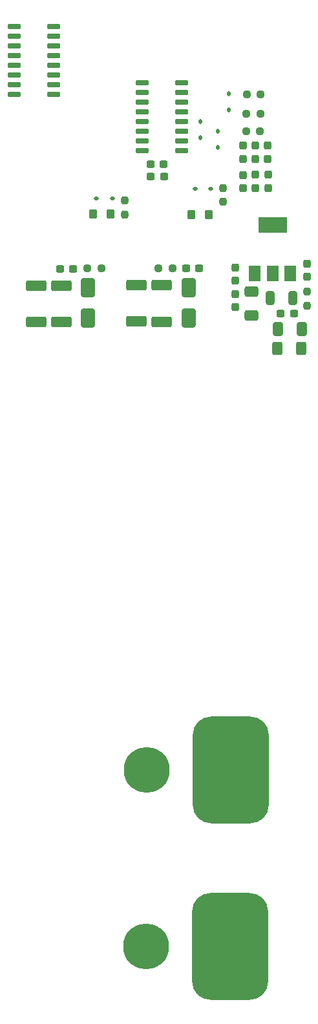
<source format=gbr>
%TF.GenerationSoftware,KiCad,Pcbnew,7.0.10*%
%TF.CreationDate,2024-05-11T12:56:43+02:00*%
%TF.ProjectId,LPF_HF+6,4c50465f-4846-42b3-962e-6b696361645f,rev?*%
%TF.SameCoordinates,Original*%
%TF.FileFunction,Paste,Top*%
%TF.FilePolarity,Positive*%
%FSLAX46Y46*%
G04 Gerber Fmt 4.6, Leading zero omitted, Abs format (unit mm)*
G04 Created by KiCad (PCBNEW 7.0.10) date 2024-05-11 12:56:43*
%MOMM*%
%LPD*%
G01*
G04 APERTURE LIST*
G04 Aperture macros list*
%AMRoundRect*
0 Rectangle with rounded corners*
0 $1 Rounding radius*
0 $2 $3 $4 $5 $6 $7 $8 $9 X,Y pos of 4 corners*
0 Add a 4 corners polygon primitive as box body*
4,1,4,$2,$3,$4,$5,$6,$7,$8,$9,$2,$3,0*
0 Add four circle primitives for the rounded corners*
1,1,$1+$1,$2,$3*
1,1,$1+$1,$4,$5*
1,1,$1+$1,$6,$7*
1,1,$1+$1,$8,$9*
0 Add four rect primitives between the rounded corners*
20,1,$1+$1,$2,$3,$4,$5,0*
20,1,$1+$1,$4,$5,$6,$7,0*
20,1,$1+$1,$6,$7,$8,$9,0*
20,1,$1+$1,$8,$9,$2,$3,0*%
G04 Aperture macros list end*
%ADD10RoundRect,0.150000X-0.725000X-0.150000X0.725000X-0.150000X0.725000X0.150000X-0.725000X0.150000X0*%
%ADD11RoundRect,2.500000X2.500000X4.500000X-2.500000X4.500000X-2.500000X-4.500000X2.500000X-4.500000X0*%
%ADD12C,6.000000*%
%ADD13RoundRect,0.237500X-0.237500X0.300000X-0.237500X-0.300000X0.237500X-0.300000X0.237500X0.300000X0*%
%ADD14RoundRect,0.237500X0.250000X0.237500X-0.250000X0.237500X-0.250000X-0.237500X0.250000X-0.237500X0*%
%ADD15RoundRect,0.237500X0.300000X0.237500X-0.300000X0.237500X-0.300000X-0.237500X0.300000X-0.237500X0*%
%ADD16RoundRect,0.112500X-0.112500X0.187500X-0.112500X-0.187500X0.112500X-0.187500X0.112500X0.187500X0*%
%ADD17RoundRect,0.237500X0.237500X-0.300000X0.237500X0.300000X-0.237500X0.300000X-0.237500X-0.300000X0*%
%ADD18RoundRect,0.250000X-0.650000X1.000000X-0.650000X-1.000000X0.650000X-1.000000X0.650000X1.000000X0*%
%ADD19RoundRect,0.112500X0.187500X0.112500X-0.187500X0.112500X-0.187500X-0.112500X0.187500X-0.112500X0*%
%ADD20RoundRect,0.237500X-0.237500X0.250000X-0.237500X-0.250000X0.237500X-0.250000X0.237500X0.250000X0*%
%ADD21RoundRect,0.250000X-0.400000X-0.625000X0.400000X-0.625000X0.400000X0.625000X-0.400000X0.625000X0*%
%ADD22RoundRect,0.237500X-0.300000X-0.237500X0.300000X-0.237500X0.300000X0.237500X-0.300000X0.237500X0*%
%ADD23RoundRect,0.250000X0.412500X0.650000X-0.412500X0.650000X-0.412500X-0.650000X0.412500X-0.650000X0*%
%ADD24R,1.500000X2.000000*%
%ADD25R,3.800000X2.000000*%
%ADD26RoundRect,0.249999X-1.075001X0.450001X-1.075001X-0.450001X1.075001X-0.450001X1.075001X0.450001X0*%
%ADD27RoundRect,0.250000X0.325000X0.650000X-0.325000X0.650000X-0.325000X-0.650000X0.325000X-0.650000X0*%
%ADD28RoundRect,0.250000X-0.275000X-0.350000X0.275000X-0.350000X0.275000X0.350000X-0.275000X0.350000X0*%
%ADD29RoundRect,0.249999X1.075001X-0.450001X1.075001X0.450001X-1.075001X0.450001X-1.075001X-0.450001X0*%
%ADD30C,5.000000*%
%ADD31RoundRect,0.250000X-0.650000X0.412500X-0.650000X-0.412500X0.650000X-0.412500X0.650000X0.412500X0*%
%ADD32RoundRect,0.237500X0.237500X-0.250000X0.237500X0.250000X-0.237500X0.250000X-0.237500X-0.250000X0*%
%ADD33RoundRect,0.237500X-0.250000X-0.237500X0.250000X-0.237500X0.250000X0.237500X-0.250000X0.237500X0*%
%ADD34RoundRect,0.150000X0.725000X0.150000X-0.725000X0.150000X-0.725000X-0.150000X0.725000X-0.150000X0*%
G04 APERTURE END LIST*
D10*
%TO.C,U2*%
X320005000Y-67385154D03*
X320005000Y-68655154D03*
X320005000Y-69925154D03*
X320005000Y-71195154D03*
X320005000Y-72465154D03*
X320005000Y-73735154D03*
X320005000Y-75005154D03*
X320005000Y-76275154D03*
X325155000Y-76275154D03*
X325155000Y-75005154D03*
X325155000Y-73735154D03*
X325155000Y-72465154D03*
X325155000Y-71195154D03*
X325155000Y-69925154D03*
X325155000Y-68655154D03*
X325155000Y-67385154D03*
%TD*%
D11*
%TO.C,J5*%
X331606400Y-157417154D03*
D12*
X320606400Y-157417154D03*
%TD*%
D13*
%TO.C,C20*%
X332130400Y-95072254D03*
X332130400Y-96797254D03*
%TD*%
D14*
%TO.C,R8*%
X323928200Y-91654554D03*
X322103200Y-91654554D03*
%TD*%
D15*
%TO.C,C8*%
X339850900Y-97611154D03*
X338125900Y-97611154D03*
%TD*%
D13*
%TO.C,C46*%
X336448400Y-79451254D03*
X336448400Y-81176254D03*
%TD*%
D14*
%TO.C,R4*%
X335428600Y-71449154D03*
X333603600Y-71449154D03*
%TD*%
D16*
%TO.C,D16*%
X331301800Y-68829154D03*
X331301800Y-70929154D03*
%TD*%
D17*
%TO.C,C16*%
X341528400Y-92784054D03*
X341528400Y-91059054D03*
%TD*%
D16*
%TO.C,D18*%
X327609200Y-72498754D03*
X327609200Y-74598754D03*
%TD*%
D18*
%TO.C,D19*%
X326034400Y-94201154D03*
X326034400Y-98201154D03*
%TD*%
D19*
%TO.C,D21*%
X328980800Y-81304354D03*
X326880800Y-81304354D03*
%TD*%
D17*
%TO.C,C49*%
X333197200Y-77366254D03*
X333197200Y-75641254D03*
%TD*%
D20*
%TO.C,R12*%
X330530200Y-81179254D03*
X330530200Y-83004254D03*
%TD*%
D15*
%TO.C,C19*%
X322809900Y-78027754D03*
X321084900Y-78027754D03*
%TD*%
D17*
%TO.C,C51*%
X336397600Y-77366254D03*
X336397600Y-75641254D03*
%TD*%
D16*
%TO.C,D17*%
X329920600Y-73751954D03*
X329920600Y-75851954D03*
%TD*%
D21*
%TO.C,R1*%
X337692400Y-102183154D03*
X340792400Y-102183154D03*
%TD*%
D22*
%TO.C,C44*%
X325730700Y-91705354D03*
X327455700Y-91705354D03*
%TD*%
D23*
%TO.C,C7*%
X340855700Y-99643154D03*
X337730700Y-99643154D03*
%TD*%
D24*
%TO.C,U1*%
X334746600Y-92327954D03*
X337046600Y-92327954D03*
D25*
X337046600Y-86027954D03*
D24*
X339346600Y-92327954D03*
%TD*%
D26*
%TO.C,R6*%
X322503800Y-93928154D03*
X322503800Y-98728154D03*
%TD*%
D13*
%TO.C,C47*%
X334797400Y-79451254D03*
X334797400Y-81176254D03*
%TD*%
D19*
%TO.C,D22*%
X316104600Y-82574354D03*
X314004600Y-82574354D03*
%TD*%
D27*
%TO.C,C15*%
X339701400Y-95579154D03*
X336751400Y-95579154D03*
%TD*%
D17*
%TO.C,C39*%
X332130400Y-93292054D03*
X332130400Y-91567054D03*
%TD*%
D28*
%TO.C,L20*%
X326383000Y-84657154D03*
X328683000Y-84657154D03*
%TD*%
D13*
%TO.C,C48*%
X333171800Y-79476654D03*
X333171800Y-81201654D03*
%TD*%
D14*
%TO.C,R2*%
X335479400Y-68883754D03*
X333654400Y-68883754D03*
%TD*%
D29*
%TO.C,R10*%
X306070000Y-98741154D03*
X306070000Y-93941154D03*
%TD*%
D28*
%TO.C,L21*%
X313498200Y-84606354D03*
X315798200Y-84606354D03*
%TD*%
D11*
%TO.C,J3*%
X331506400Y-180467154D03*
D12*
X320506400Y-180467154D03*
%TD*%
D18*
%TO.C,D20*%
X312902600Y-94214154D03*
X312902600Y-98214154D03*
%TD*%
D14*
%TO.C,R3*%
X335403200Y-73735154D03*
X333578200Y-73735154D03*
%TD*%
D15*
%TO.C,C45*%
X310945700Y-91743754D03*
X309220700Y-91743754D03*
%TD*%
D30*
%TO.C,L19*%
X320553775Y-157383129D03*
%TD*%
D31*
%TO.C,C17*%
X334264000Y-94727854D03*
X334264000Y-97852854D03*
%TD*%
D29*
%TO.C,R9*%
X309422800Y-98741154D03*
X309422800Y-93941154D03*
%TD*%
D32*
%TO.C,R5*%
X341528400Y-96593254D03*
X341528400Y-94768254D03*
%TD*%
D15*
%TO.C,C18*%
X322835300Y-79627954D03*
X321110300Y-79627954D03*
%TD*%
D20*
%TO.C,R13*%
X317728600Y-82830254D03*
X317728600Y-84655254D03*
%TD*%
D17*
%TO.C,C50*%
X334772000Y-77366254D03*
X334772000Y-75641254D03*
%TD*%
D33*
%TO.C,R11*%
X312777500Y-91692954D03*
X314602500Y-91692954D03*
%TD*%
D34*
%TO.C,U3*%
X308365600Y-68909154D03*
X308365600Y-67639154D03*
X308365600Y-66369154D03*
X308365600Y-65099154D03*
X308365600Y-63829154D03*
X308365600Y-62559154D03*
X308365600Y-61289154D03*
X308365600Y-60019154D03*
X303215600Y-60019154D03*
X303215600Y-61289154D03*
X303215600Y-62559154D03*
X303215600Y-63829154D03*
X303215600Y-65099154D03*
X303215600Y-66369154D03*
X303215600Y-67639154D03*
X303215600Y-68909154D03*
%TD*%
D26*
%TO.C,R7*%
X319227200Y-93864954D03*
X319227200Y-98664954D03*
%TD*%
M02*

</source>
